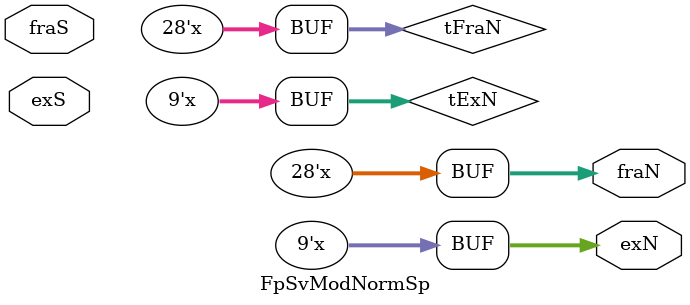
<source format=v>
module FpSvModNormSp(
	fraS,	exS,
	fraN,	exN
	);

input[27:0]		fraS;
input[8 :0]		exS;
output[27:0]	fraN;
output[8 :0]	exN;

reg[27:0]		tFraN;
reg[8:0]		tExN;
assign		fraN = tFraN;
assign		exN = tExN;

reg[7:0]	tZeroMask;

always @*
begin
	
	tZeroMask[6] = (fraS[27:24] != 0);
	tZeroMask[5] = (fraS[23:20] != 0);
	tZeroMask[4] = (fraS[19:16] != 0);
	tZeroMask[3] = (fraS[15:12] != 0);
	tZeroMask[2] = (fraS[11: 8] != 0);
	tZeroMask[1] = (fraS[ 7: 4] != 0);
	tZeroMask[0] = (fraS[ 3: 0] != 0);

	if(tFraN[26])
	begin
		tExN	= exS;
		tFraN	= { 1'b0, fraS[27:1] };
	end
	else
	begin
	end
end

endmodule

</source>
